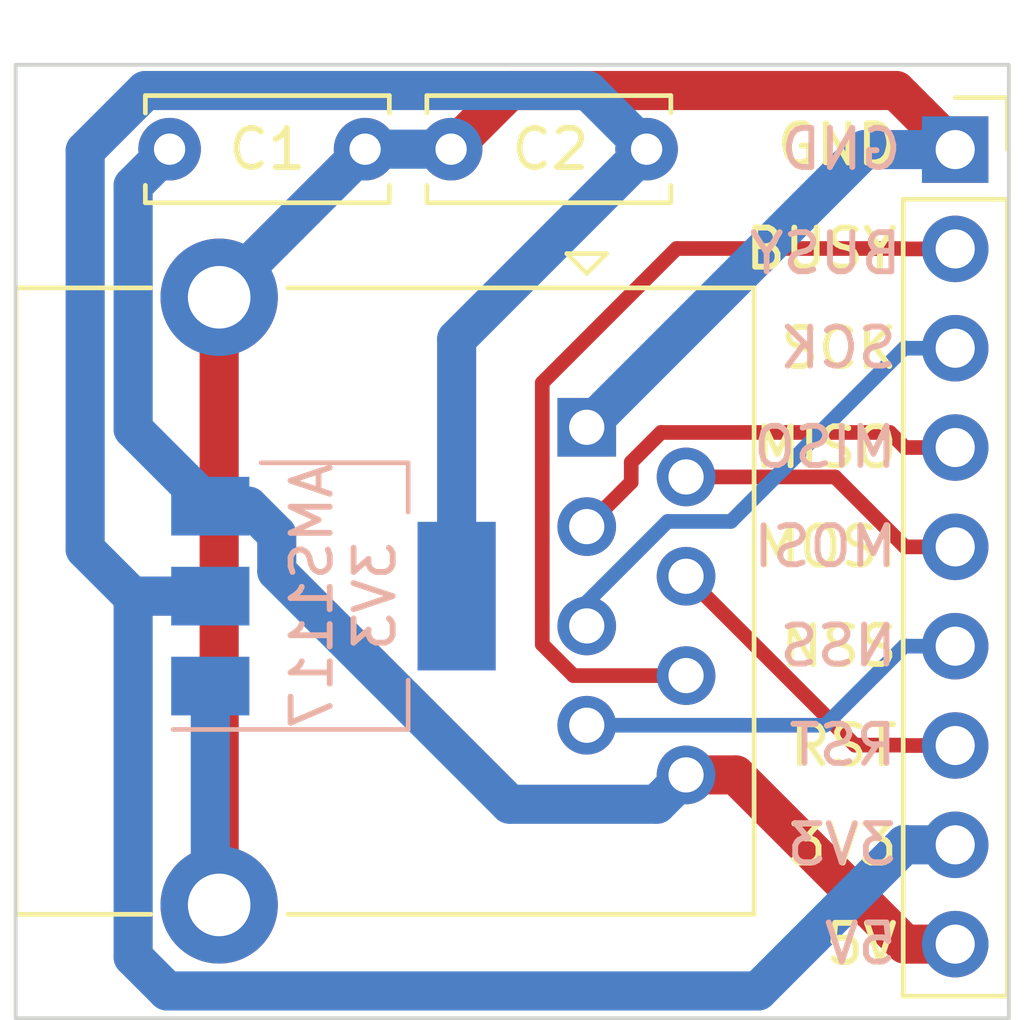
<source format=kicad_pcb>
(kicad_pcb (version 20221018) (generator pcbnew)
  (layers (0 "F.Cu" signal) (31 "B.Cu" signal) (34 "B.Paste" user) (35 "F.Paste" user) (36 "B.SilkS" user "B.Silkscreen") (37 "F.SilkS" user "F.Silkscreen") (38 "B.Mask" user) (39 "F.Mask" user) (44 "Edge.Cuts" user))
  (net 0 "")
  (net 1 "5V")
  (net 2 "GND")
  (net 3 "3V3")
  (net 4 "MOSI")
  (net 5 "MISO")
  (net 6 "RST")
  (net 7 "SCK")
  (net 8 "BUSY")
  (net 9 "NSS")
  (footprint "Capacitor_THT:C_Disc_D6.0mm_W2.5mm_P5.00mm" (layer "F.Cu") (at 135.255 78.867)
    (fp_text reference "C1" (at 2.5 0) (layer "F.SilkS"))
    (fp_text value "10uF")
    (fp_line (start -0.62 -1.37) (end -0.62 -0.925) (stroke (width 0.12)) (layer "F.SilkS"))
    (fp_line (start -0.62 -1.37) (end 5.62 -1.37) (stroke (width 0.12)) (layer "F.SilkS"))
    (fp_line (start -0.62 0.925) (end -0.62 1.37) (stroke (width 0.12)) (layer "F.SilkS"))
    (fp_line (start -0.62 1.37) (end 5.62 1.37) (stroke (width 0.12)) (layer "F.SilkS"))
    (fp_line (start 5.62 -1.37) (end 5.62 -0.925) (stroke (width 0.12)) (layer "F.SilkS"))
    (fp_line (start 5.62 0.925) (end 5.62 1.37) (stroke (width 0.12)) (layer "F.SilkS"))
    (pad "1" thru_hole circle (at 0 0) (size 1.6 1.6) (drill 0.8) (layers "*.Cu" "*.Mask") (net 1 "5V"))
    (pad "2" thru_hole circle (at 5 0) (size 1.6 1.6) (drill 0.8) (layers "*.Cu" "*.Mask") (net 2 "GND"))
  )
  (footprint "Capacitor_THT:C_Disc_D6.0mm_W2.5mm_P5.00mm" (layer "F.Cu") (at 147.454 78.867 180)
    (fp_text reference "C2" (at 2.46 0) (layer "F.SilkS"))
    (fp_text value "10uF")
    (fp_line (start -0.62 -1.37) (end -0.62 -0.925) (stroke (width 0.12)) (layer "F.SilkS"))
    (fp_line (start -0.62 -1.37) (end 5.62 -1.37) (stroke (width 0.12)) (layer "F.SilkS"))
    (fp_line (start -0.62 0.925) (end -0.62 1.37) (stroke (width 0.12)) (layer "F.SilkS"))
    (fp_line (start -0.62 1.37) (end 5.62 1.37) (stroke (width 0.12)) (layer "F.SilkS"))
    (fp_line (start 5.62 -1.37) (end 5.62 -0.925) (stroke (width 0.12)) (layer "F.SilkS"))
    (fp_line (start 5.62 0.925) (end 5.62 1.37) (stroke (width 0.12)) (layer "F.SilkS"))
    (pad "1" thru_hole circle (at 0 0 180) (size 1.6 1.6) (drill 0.8) (layers "*.Cu" "*.Mask") (net 3 "3V3"))
    (pad "2" thru_hole circle (at 5 0 180) (size 1.6 1.6) (drill 0.8) (layers "*.Cu" "*.Mask") (net 2 "GND"))
  )
  (footprint "Connector_RJ:RJ45_Ninigi_GE" (layer "F.Cu") (at 145.923 85.979 -90)
    (fp_text reference "J1" hide)
    (fp_text value "RJ45_Shielded")
    (fp_line (start -4.441 -0.508) (end -4.441 0.508) (stroke (width 0.12)) (layer "F.SilkS"))
    (fp_line (start -4.441 0.508) (end -3.933 0) (stroke (width 0.12)) (layer "F.SilkS"))
    (fp_line (start -3.933 0) (end -4.441 -0.508) (stroke (width 0.12)) (layer "F.SilkS"))
    (fp_line (start -3.565 -4.28) (end -3.565 7.65) (stroke (width 0.12)) (layer "F.SilkS"))
    (fp_line (start -3.565 11.15) (end -3.565 14.59) (stroke (width 0.12)) (layer "F.SilkS"))
    (fp_line (start 12.455 -4.28) (end -3.565 -4.28) (stroke (width 0.12)) (layer "F.SilkS"))
    (fp_line (start 12.455 -4.28) (end 12.455 7.65) (stroke (width 0.12)) (layer "F.SilkS"))
    (fp_line (start 12.455 11.15) (end 12.455 14.59) (stroke (width 0.12)) (layer "F.SilkS"))
    (fp_line (start 12.455 14.59) (end -3.565 14.59) (stroke (width 0.12)) (layer "F.SilkS"))
    (pad "" np_thru_hole circle (at -1.27 6.35 270) (size 3.25 3.25) (drill 3.25) (layers "*.Cu" "*.Mask"))
    (pad "" np_thru_hole circle (at 10.16 6.35 90) (size 3.25 3.25) (drill 3.25) (layers "*.Cu" "*.Mask"))
    (pad "1" thru_hole rect (at 0 0 90) (size 1.5 1.5) (drill 0.9) (layers "*.Cu" "*.Mask") (net 2 "GND"))
    (pad "2" thru_hole circle (at 1.27 -2.54 90) (size 1.5 1.5) (drill 0.9) (layers "*.Cu" "*.Mask") (net 4 "MOSI"))
    (pad "3" thru_hole circle (at 2.54 0 90) (size 1.5 1.5) (drill 0.9) (layers "*.Cu" "*.Mask") (net 5 "MISO"))
    (pad "4" thru_hole circle (at 3.81 -2.54 90) (size 1.5 1.5) (drill 0.9) (layers "*.Cu" "*.Mask") (net 6 "RST"))
    (pad "5" thru_hole circle (at 5.08 0 90) (size 1.5 1.5) (drill 0.9) (layers "*.Cu" "*.Mask") (net 7 "SCK"))
    (pad "6" thru_hole circle (at 6.35 -2.54 90) (size 1.5 1.5) (drill 0.9) (layers "*.Cu" "*.Mask") (net 8 "BUSY"))
    (pad "7" thru_hole circle (at 7.62 0 90) (size 1.5 1.5) (drill 0.9) (layers "*.Cu" "*.Mask") (net 9 "NSS"))
    (pad "8" thru_hole circle (at 8.89 -2.54 90) (size 1.5 1.5) (drill 0.9) (layers "*.Cu" "*.Mask") (net 1 "5V"))
    (pad "SH" thru_hole circle (at -3.325 9.4 270) (size 3 3) (drill 1.6) (layers "*.Cu" "*.Mask") (net 2 "GND"))
    (pad "SH" thru_hole circle (at 12.215 9.4 90) (size 3 3) (drill 1.6) (layers "*.Cu" "*.Mask") (net 2 "GND"))
  )
  (footprint "Connector_PinSocket_2.54mm:PinSocket_1x09_P2.54mm_Vertical" (layer "F.Cu") (at 155.346 78.877)
    (fp_text reference "J2" hide)
    (fp_text value "Conn_01x09_Pin" hide)
    (fp_line (start -1.33 1.27) (end -1.33 21.65) (stroke (width 0.12)) (layer "F.SilkS"))
    (fp_line (start -1.33 1.27) (end 1.33 1.27) (stroke (width 0.12)) (layer "F.SilkS"))
    (fp_line (start -1.33 21.65) (end 1.33 21.65) (stroke (width 0.12)) (layer "F.SilkS"))
    (fp_line (start 0 -1.33) (end 1.33 -1.33) (stroke (width 0.12)) (layer "F.SilkS"))
    (fp_line (start 1.33 -1.33) (end 1.33 0) (stroke (width 0.12)) (layer "F.SilkS"))
    (fp_line (start 1.33 1.27) (end 1.33 21.65) (stroke (width 0.12)) (layer "F.SilkS"))
    (pad "1" thru_hole rect (at 0 0) (size 1.7 1.7) (drill 1) (layers "*.Cu" "*.Mask") (net 2 "GND"))
    (pad "2" thru_hole oval (at 0 2.54) (size 1.7 1.7) (drill 1) (layers "*.Cu" "*.Mask") (net 8 "BUSY"))
    (pad "3" thru_hole oval (at 0 5.08) (size 1.7 1.7) (drill 1) (layers "*.Cu" "*.Mask") (net 7 "SCK"))
    (pad "4" thru_hole oval (at 0 7.62) (size 1.7 1.7) (drill 1) (layers "*.Cu" "*.Mask") (net 5 "MISO"))
    (pad "5" thru_hole oval (at 0 10.16) (size 1.7 1.7) (drill 1) (layers "*.Cu" "*.Mask") (net 4 "MOSI"))
    (pad "6" thru_hole oval (at 0 12.7) (size 1.7 1.7) (drill 1) (layers "*.Cu" "*.Mask") (net 9 "NSS"))
    (pad "7" thru_hole oval (at 0 15.24) (size 1.7 1.7) (drill 1) (layers "*.Cu" "*.Mask") (net 6 "RST"))
    (pad "8" thru_hole oval (at 0 17.78) (size 1.7 1.7) (drill 1) (layers "*.Cu" "*.Mask") (net 3 "3V3"))
    (pad "9" thru_hole oval (at 0 20.32) (size 1.7 1.7) (drill 1) (layers "*.Cu" "*.Mask") (net 1 "5V"))
  )
  (footprint "Package_TO_SOT_SMD:SOT-223-3_TabPin2" (layer "B.Cu") (at 139.446 90.297)
    (fp_text reference "U1" hide)
    (fp_text value "AMS1117-3.3")
    (fp_line (start -4.1 3.41) (end 1.91 3.41) (stroke (width 0.12)) (layer "B.SilkS"))
    (fp_line (start -1.85 -3.41) (end 1.91 -3.41) (stroke (width 0.12)) (layer "B.SilkS"))
    (fp_line (start 1.91 -3.41) (end 1.91 -2.15) (stroke (width 0.12)) (layer "B.SilkS"))
    (fp_line (start 1.91 3.41) (end 1.91 2.15) (stroke (width 0.12)) (layer "B.SilkS"))
    (pad "1" smd rect (at -3.15 2.3) (size 2 1.5) (layers "B.Cu" "B.Paste" "B.Mask") (net 2 "GND"))
    (pad "2" smd rect (at -3.15 0) (size 2 1.5) (layers "B.Cu" "B.Paste" "B.Mask") (net 3 "3V3"))
    (pad "2" smd rect (at 3.15 0) (size 2 3.8) (layers "B.Cu" "B.Paste" "B.Mask") (net 3 "3V3"))
    (pad "3" smd rect (at -3.15 -2.3) (size 2 1.5) (layers "B.Cu" "B.Paste" "B.Mask") (net 1 "5V"))
  )
  (gr_rect (start 131.318 76.708) (end 156.718 101.092) (stroke (width 0.1)) (fill none) (layer "Edge.Cuts"))
  (gr_text "SCK" (at 153.924 83.947) (layer "B.SilkS") (effects (font (size 1 1)) (justify left mirror)))
  (gr_text "NSS" (at 153.924 91.567) (layer "B.SilkS") (effects (font (size 1 1)) (justify left mirror)))
  (gr_text "3V3" (at 153.924 96.647) (layer "B.SilkS") (effects (font (size 1 1)) (justify left mirror)))
  (gr_text "5V" (at 153.924 99.187) (layer "B.SilkS") (effects (font (size 1 1)) (justify left mirror)))
  (gr_text "GND" (at 154.051 78.867) (layer "B.SilkS") (effects (font (size 1 1)) (justify left mirror)))
  (gr_text "BUSY" (at 154.051 81.534) (layer "B.SilkS") (effects (font (size 1 1)) (justify left mirror)))
  (gr_text "AMS1117\n3V3" (at 139.7 90.297 90) (layer "B.SilkS") (effects (font (size 1 1)) (justify mirror)))
  (gr_text "MOSI" (at 153.924 89.027) (layer "B.SilkS") (effects (font (size 1 1)) (justify left mirror)))
  (gr_text "MISO" (at 153.924 86.487) (layer "B.SilkS") (effects (font (size 1 1)) (justify left mirror)))
  (gr_text "RST" (at 153.924 94.107) (layer "B.SilkS") (effects (font (size 1 1)) (justify left mirror)))
  (gr_text "GND" (at 153.949 78.75) (layer "F.SilkS") (effects (font (size 1 1)) (justify right)))
  (gr_text "MOSI" (at 153.949 89.037) (layer "F.SilkS") (effects (font (size 1 1)) (justify right)))
  (gr_text "BUSY" (at 153.949 81.417) (layer "F.SilkS") (effects (font (size 1 1)) (justify right)))
  (gr_text "3V3" (at 153.949 96.657) (layer "F.SilkS") (effects (font (size 1 1)) (justify right)))
  (gr_text "5V" (at 153.949 99.197) (layer "F.SilkS") (effects (font (size 1 1)) (justify right)))
  (gr_text "RST" (at 153.949 94.117) (layer "F.SilkS") (effects (font (size 1 1)) (justify right)))
  (gr_text "MISO" (at 153.949 86.497) (layer "F.SilkS") (effects (font (size 1 1)) (justify right)))
  (gr_text "NSS" (at 153.949 91.577) (layer "F.SilkS") (effects (font (size 1 1)) (justify right)))
  (gr_text "SCK" (at 153.949 83.957) (layer "F.SilkS") (effects (font (size 1 1)) (justify right)))
  (segment (start 154.061 99.197) (end 155.346 99.197) (width 1) (layer "F.Cu") (net 1))
  (segment (start 148.463 94.869) (end 149.733 94.869) (width 1) (layer "F.Cu") (net 1))
  (segment (start 149.733 94.869) (end 154.061 99.197) (width 1) (layer "F.Cu") (net 1))
  (segment (start 137.996 89.662) (end 137.996 88.72) (width 1) (layer "B.Cu") (net 1))
  (segment (start 134.323 79.799) (end 135.255 78.867) (width 1) (layer "B.Cu") (net 1))
  (segment (start 148.463 94.869) (end 147.713 95.619) (width 1) (layer "B.Cu") (net 1))
  (segment (start 137.996 88.72) (end 137.273 87.997) (width 1) (layer "B.Cu") (net 1))
  (segment (start 134.323 86.024) (end 134.323 79.799) (width 1) (layer "B.Cu") (net 1))
  (segment (start 136.296 87.997) (end 134.323 86.024) (width 1) (layer "B.Cu") (net 1))
  (segment (start 143.953 95.619) (end 137.996 89.662) (width 1) (layer "B.Cu") (net 1))
  (segment (start 137.273 87.997) (end 136.296 87.997) (width 1) (layer "B.Cu") (net 1))
  (segment (start 147.713 95.619) (end 143.953 95.619) (width 1) (layer "B.Cu") (net 1))
  (segment (start 136.523 82.654) (end 136.523 98.194) (width 1) (layer "F.Cu") (net 2))
  (segment (start 153.836 77.367) (end 155.346 78.877) (width 1) (layer "F.Cu") (net 2))
  (segment (start 143.954 77.367) (end 153.836 77.367) (width 1) (layer "F.Cu") (net 2))
  (segment (start 142.454 78.867) (end 143.954 77.367) (width 1) (layer "F.Cu") (net 2))
  (segment (start 136.523 82.599) (end 140.255 78.867) (width 1) (layer "B.Cu") (net 2))
  (segment (start 136.296 92.597) (end 136.296 97.967) (width 1) (layer "B.Cu") (net 2))
  (segment (start 155.346 78.877) (end 153.025 78.877) (width 1) (layer "B.Cu") (net 2))
  (segment (start 142.454 78.867) (end 140.255 78.867) (width 1) (layer "B.Cu") (net 2))
  (segment (start 153.025 78.877) (end 145.923 85.979) (width 1) (layer "B.Cu") (net 2))
  (segment (start 136.523 82.654) (end 136.523 82.599) (width 1) (layer "B.Cu") (net 2))
  (segment (start 136.296 97.967) (end 136.523 98.194) (width 1) (layer "B.Cu") (net 2))
  (segment (start 150.304 100.394) (end 135.192 100.394) (width 1) (layer "B.Cu") (net 3))
  (segment (start 134.323 90.467) (end 134.493 90.297) (width 1) (layer "B.Cu") (net 3))
  (segment (start 134.296 90.297) (end 136.296 90.297) (width 1) (layer "B.Cu") (net 3))
  (segment (start 133.096 89.097) (end 134.296 90.297) (width 1) (layer "B.Cu") (net 3))
  (segment (start 154.051 96.647) (end 154.061 96.657) (width 1) (layer "B.Cu") (net 3))
  (segment (start 134.633679 77.367) (end 133.096 78.904679) (width 1) (layer "B.Cu") (net 3))
  (segment (start 133.096 78.904679) (end 133.096 89.097) (width 1) (layer "B.Cu") (net 3))
  (segment (start 142.596 90.297) (end 142.596 83.725) (width 1) (layer "B.Cu") (net 3))
  (segment (start 154.061 96.657) (end 155.346 96.657) (width 1) (layer "B.Cu") (net 3))
  (segment (start 145.954 77.367) (end 134.633679 77.367) (width 1) (layer "B.Cu") (net 3))
  (segment (start 142.596 83.725) (end 147.454 78.867) (width 1) (layer "B.Cu") (net 3))
  (segment (start 134.493 90.297) (end 136.296 90.297) (width 1) (layer "B.Cu") (net 3))
  (segment (start 134.323 99.525) (end 134.323 90.467) (width 1) (layer "B.Cu") (net 3))
  (segment (start 147.454 78.867) (end 145.954 77.367) (width 1) (layer "B.Cu") (net 3))
  (segment (start 135.192 100.394) (end 134.323 99.525) (width 1) (layer "B.Cu") (net 3))
  (segment (start 154.051 96.647) (end 150.304 100.394) (width 1) (layer "B.Cu") (net 3))
  (segment (start 152.273 87.249) (end 154.061 89.037) (width 0.375) (layer "F.Cu") (net 4))
  (segment (start 148.463 87.249) (end 152.273 87.249) (width 0.375) (layer "F.Cu") (net 4))
  (segment (start 154.061 89.037) (end 155.346 89.037) (width 0.375) (layer "F.Cu") (net 4))
  (segment (start 153.6755 86.1115) (end 154.061 86.497) (width 0.375) (layer "F.Cu") (net 5))
  (segment (start 147.0605 86.8735) (end 147.8225 86.1115) (width 0.375) (layer "F.Cu") (net 5))
  (segment (start 147.8225 86.1115) (end 153.6755 86.1115) (width 0.375) (layer "F.Cu") (net 5))
  (segment (start 145.923 88.519) (end 147.0605 87.3815) (width 0.375) (layer "F.Cu") (net 5))
  (segment (start 147.0605 87.3815) (end 147.0605 86.8735) (width 0.375) (layer "F.Cu") (net 5))
  (segment (start 154.061 86.497) (end 155.346 86.497) (width 0.375) (layer "F.Cu") (net 5))
  (segment (start 154.051 94.107) (end 154.061 94.117) (width 0.375) (layer "F.Cu") (net 6))
  (segment (start 154.061 94.117) (end 155.346 94.117) (width 0.375) (layer "F.Cu") (net 6))
  (segment (start 148.463 89.789) (end 152.781 94.107) (width 0.375) (layer "F.Cu") (net 6))
  (segment (start 152.781 94.107) (end 154.051 94.107) (width 0.375) (layer "F.Cu") (net 6))
  (segment (start 154.051 83.947) (end 154.061 83.957) (width 0.375) (layer "B.Cu") (net 7))
  (segment (start 147.991832 88.3865) (end 149.6115 88.3865) (width 0.375) (layer "B.Cu") (net 7))
  (segment (start 149.6115 88.3865) (end 154.051 83.947) (width 0.375) (layer "B.Cu") (net 7))
  (segment (start 145.923 90.455332) (end 147.991832 88.3865) (width 0.375) (layer "B.Cu") (net 7))
  (segment (start 154.061 83.957) (end 155.346 83.957) (width 0.375) (layer "B.Cu") (net 7))
  (segment (start 145.923 91.059) (end 145.923 90.455332) (width 0.375) (layer "B.Cu") (net 7))
  (segment (start 154.061 81.417) (end 155.346 81.417) (width 0.375) (layer "F.Cu") (net 8))
  (segment (start 154.051 81.407) (end 154.061 81.417) (width 0.375) (layer "F.Cu") (net 8))
  (segment (start 144.7855 84.8415) (end 148.22 81.407) (width 0.375) (layer "F.Cu") (net 8))
  (segment (start 144.7855 91.530168) (end 144.7855 84.8415) (width 0.375) (layer "F.Cu") (net 8))
  (segment (start 145.584332 92.329) (end 144.7855 91.530168) (width 0.375) (layer "F.Cu") (net 8))
  (segment (start 148.463 92.329) (end 145.584332 92.329) (width 0.375) (layer "F.Cu") (net 8))
  (segment (start 148.22 81.407) (end 154.051 81.407) (width 0.375) (layer "F.Cu") (net 8))
  (segment (start 152.019 93.599) (end 154.051 91.567) (width 0.375) (layer "B.Cu") (net 9))
  (segment (start 145.923 93.599) (end 152.019 93.599) (width 0.375) (layer "B.Cu") (net 9))
  (segment (start 154.061 91.577) (end 155.346 91.577) (width 0.375) (layer "B.Cu") (net 9))
  (segment (start 154.051 91.567) (end 154.061 91.577) (width 0.375) (layer "B.Cu") (net 9))
)
</source>
